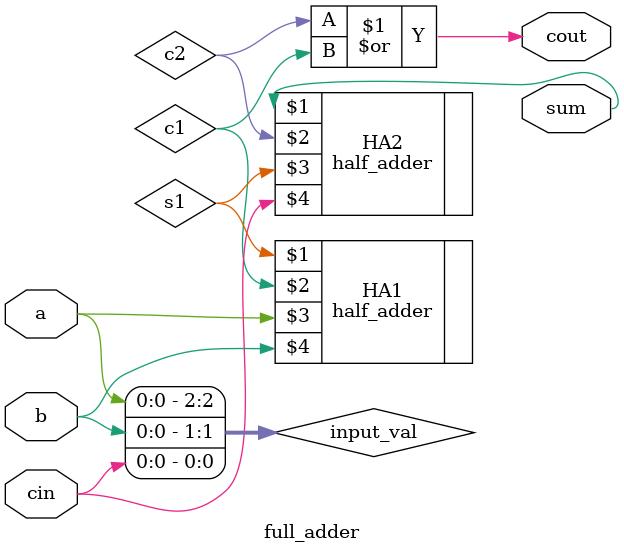
<source format=v>
`timescale 1ns / 1ps


module full_adder(
    output sum,
    output cout,
    input a,
    input b,
    input cin
    );
    wire s1,c1,c2;
    
    // instantiating HALF ADDERs
    half_adder HA1(s1,c1,a,b);
    half_adder HA2(sum,c2,s1,cin);
    or OR1(cout,c2,c1);
    
    // just a trail
    reg [2:0] input_val;
    always@(a,b,cin)
    begin
        input_val <={a,b,cin};
    end
    
    
endmodule

</source>
